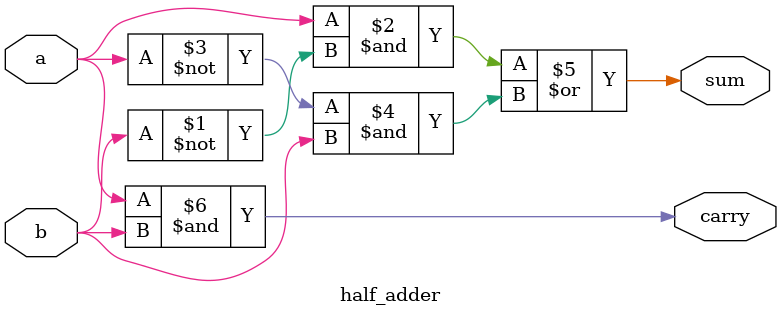
<source format=v>
`timescale 1ns / 1ps


module half_adder( input a , b , output sum , carry );
assign sum = (a & ~b) | (~a & b); // xor operation for sum 
assign carry = a & b ;
endmodule

</source>
